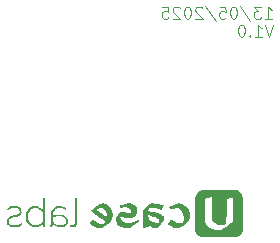
<source format=gbr>
%TF.GenerationSoftware,KiCad,Pcbnew,8.0.1*%
%TF.CreationDate,2025-05-13T16:21:41+05:45*%
%TF.ProjectId,12V-5V_buck_converter,3132562d-3556-45f6-9275-636b5f636f6e,rev?*%
%TF.SameCoordinates,Original*%
%TF.FileFunction,Legend,Bot*%
%TF.FilePolarity,Positive*%
%FSLAX46Y46*%
G04 Gerber Fmt 4.6, Leading zero omitted, Abs format (unit mm)*
G04 Created by KiCad (PCBNEW 8.0.1) date 2025-05-13 16:21:41*
%MOMM*%
%LPD*%
G01*
G04 APERTURE LIST*
%ADD10C,0.100000*%
%ADD11C,0.000000*%
G04 APERTURE END LIST*
D10*
X46828972Y-17668419D02*
X46495639Y-18668419D01*
X46495639Y-18668419D02*
X46162306Y-17668419D01*
X45305163Y-18668419D02*
X45876591Y-18668419D01*
X45590877Y-18668419D02*
X45590877Y-17668419D01*
X45590877Y-17668419D02*
X45686115Y-17811276D01*
X45686115Y-17811276D02*
X45781353Y-17906514D01*
X45781353Y-17906514D02*
X45876591Y-17954133D01*
X44876591Y-18573180D02*
X44828972Y-18620800D01*
X44828972Y-18620800D02*
X44876591Y-18668419D01*
X44876591Y-18668419D02*
X44924210Y-18620800D01*
X44924210Y-18620800D02*
X44876591Y-18573180D01*
X44876591Y-18573180D02*
X44876591Y-18668419D01*
X44209925Y-17668419D02*
X44114687Y-17668419D01*
X44114687Y-17668419D02*
X44019449Y-17716038D01*
X44019449Y-17716038D02*
X43971830Y-17763657D01*
X43971830Y-17763657D02*
X43924211Y-17858895D01*
X43924211Y-17858895D02*
X43876592Y-18049371D01*
X43876592Y-18049371D02*
X43876592Y-18287466D01*
X43876592Y-18287466D02*
X43924211Y-18477942D01*
X43924211Y-18477942D02*
X43971830Y-18573180D01*
X43971830Y-18573180D02*
X44019449Y-18620800D01*
X44019449Y-18620800D02*
X44114687Y-18668419D01*
X44114687Y-18668419D02*
X44209925Y-18668419D01*
X44209925Y-18668419D02*
X44305163Y-18620800D01*
X44305163Y-18620800D02*
X44352782Y-18573180D01*
X44352782Y-18573180D02*
X44400401Y-18477942D01*
X44400401Y-18477942D02*
X44448020Y-18287466D01*
X44448020Y-18287466D02*
X44448020Y-18049371D01*
X44448020Y-18049371D02*
X44400401Y-17858895D01*
X44400401Y-17858895D02*
X44352782Y-17763657D01*
X44352782Y-17763657D02*
X44305163Y-17716038D01*
X44305163Y-17716038D02*
X44209925Y-17668419D01*
X46162306Y-17144419D02*
X46733734Y-17144419D01*
X46448020Y-17144419D02*
X46448020Y-16144419D01*
X46448020Y-16144419D02*
X46543258Y-16287276D01*
X46543258Y-16287276D02*
X46638496Y-16382514D01*
X46638496Y-16382514D02*
X46733734Y-16430133D01*
X45828972Y-16144419D02*
X45209925Y-16144419D01*
X45209925Y-16144419D02*
X45543258Y-16525371D01*
X45543258Y-16525371D02*
X45400401Y-16525371D01*
X45400401Y-16525371D02*
X45305163Y-16572990D01*
X45305163Y-16572990D02*
X45257544Y-16620609D01*
X45257544Y-16620609D02*
X45209925Y-16715847D01*
X45209925Y-16715847D02*
X45209925Y-16953942D01*
X45209925Y-16953942D02*
X45257544Y-17049180D01*
X45257544Y-17049180D02*
X45305163Y-17096800D01*
X45305163Y-17096800D02*
X45400401Y-17144419D01*
X45400401Y-17144419D02*
X45686115Y-17144419D01*
X45686115Y-17144419D02*
X45781353Y-17096800D01*
X45781353Y-17096800D02*
X45828972Y-17049180D01*
X44067068Y-16096800D02*
X44924210Y-17382514D01*
X43543258Y-16144419D02*
X43448020Y-16144419D01*
X43448020Y-16144419D02*
X43352782Y-16192038D01*
X43352782Y-16192038D02*
X43305163Y-16239657D01*
X43305163Y-16239657D02*
X43257544Y-16334895D01*
X43257544Y-16334895D02*
X43209925Y-16525371D01*
X43209925Y-16525371D02*
X43209925Y-16763466D01*
X43209925Y-16763466D02*
X43257544Y-16953942D01*
X43257544Y-16953942D02*
X43305163Y-17049180D01*
X43305163Y-17049180D02*
X43352782Y-17096800D01*
X43352782Y-17096800D02*
X43448020Y-17144419D01*
X43448020Y-17144419D02*
X43543258Y-17144419D01*
X43543258Y-17144419D02*
X43638496Y-17096800D01*
X43638496Y-17096800D02*
X43686115Y-17049180D01*
X43686115Y-17049180D02*
X43733734Y-16953942D01*
X43733734Y-16953942D02*
X43781353Y-16763466D01*
X43781353Y-16763466D02*
X43781353Y-16525371D01*
X43781353Y-16525371D02*
X43733734Y-16334895D01*
X43733734Y-16334895D02*
X43686115Y-16239657D01*
X43686115Y-16239657D02*
X43638496Y-16192038D01*
X43638496Y-16192038D02*
X43543258Y-16144419D01*
X42305163Y-16144419D02*
X42781353Y-16144419D01*
X42781353Y-16144419D02*
X42828972Y-16620609D01*
X42828972Y-16620609D02*
X42781353Y-16572990D01*
X42781353Y-16572990D02*
X42686115Y-16525371D01*
X42686115Y-16525371D02*
X42448020Y-16525371D01*
X42448020Y-16525371D02*
X42352782Y-16572990D01*
X42352782Y-16572990D02*
X42305163Y-16620609D01*
X42305163Y-16620609D02*
X42257544Y-16715847D01*
X42257544Y-16715847D02*
X42257544Y-16953942D01*
X42257544Y-16953942D02*
X42305163Y-17049180D01*
X42305163Y-17049180D02*
X42352782Y-17096800D01*
X42352782Y-17096800D02*
X42448020Y-17144419D01*
X42448020Y-17144419D02*
X42686115Y-17144419D01*
X42686115Y-17144419D02*
X42781353Y-17096800D01*
X42781353Y-17096800D02*
X42828972Y-17049180D01*
X41114687Y-16096800D02*
X41971829Y-17382514D01*
X40828972Y-16239657D02*
X40781353Y-16192038D01*
X40781353Y-16192038D02*
X40686115Y-16144419D01*
X40686115Y-16144419D02*
X40448020Y-16144419D01*
X40448020Y-16144419D02*
X40352782Y-16192038D01*
X40352782Y-16192038D02*
X40305163Y-16239657D01*
X40305163Y-16239657D02*
X40257544Y-16334895D01*
X40257544Y-16334895D02*
X40257544Y-16430133D01*
X40257544Y-16430133D02*
X40305163Y-16572990D01*
X40305163Y-16572990D02*
X40876591Y-17144419D01*
X40876591Y-17144419D02*
X40257544Y-17144419D01*
X39638496Y-16144419D02*
X39543258Y-16144419D01*
X39543258Y-16144419D02*
X39448020Y-16192038D01*
X39448020Y-16192038D02*
X39400401Y-16239657D01*
X39400401Y-16239657D02*
X39352782Y-16334895D01*
X39352782Y-16334895D02*
X39305163Y-16525371D01*
X39305163Y-16525371D02*
X39305163Y-16763466D01*
X39305163Y-16763466D02*
X39352782Y-16953942D01*
X39352782Y-16953942D02*
X39400401Y-17049180D01*
X39400401Y-17049180D02*
X39448020Y-17096800D01*
X39448020Y-17096800D02*
X39543258Y-17144419D01*
X39543258Y-17144419D02*
X39638496Y-17144419D01*
X39638496Y-17144419D02*
X39733734Y-17096800D01*
X39733734Y-17096800D02*
X39781353Y-17049180D01*
X39781353Y-17049180D02*
X39828972Y-16953942D01*
X39828972Y-16953942D02*
X39876591Y-16763466D01*
X39876591Y-16763466D02*
X39876591Y-16525371D01*
X39876591Y-16525371D02*
X39828972Y-16334895D01*
X39828972Y-16334895D02*
X39781353Y-16239657D01*
X39781353Y-16239657D02*
X39733734Y-16192038D01*
X39733734Y-16192038D02*
X39638496Y-16144419D01*
X38924210Y-16239657D02*
X38876591Y-16192038D01*
X38876591Y-16192038D02*
X38781353Y-16144419D01*
X38781353Y-16144419D02*
X38543258Y-16144419D01*
X38543258Y-16144419D02*
X38448020Y-16192038D01*
X38448020Y-16192038D02*
X38400401Y-16239657D01*
X38400401Y-16239657D02*
X38352782Y-16334895D01*
X38352782Y-16334895D02*
X38352782Y-16430133D01*
X38352782Y-16430133D02*
X38400401Y-16572990D01*
X38400401Y-16572990D02*
X38971829Y-17144419D01*
X38971829Y-17144419D02*
X38352782Y-17144419D01*
X37448020Y-16144419D02*
X37924210Y-16144419D01*
X37924210Y-16144419D02*
X37971829Y-16620609D01*
X37971829Y-16620609D02*
X37924210Y-16572990D01*
X37924210Y-16572990D02*
X37828972Y-16525371D01*
X37828972Y-16525371D02*
X37590877Y-16525371D01*
X37590877Y-16525371D02*
X37495639Y-16572990D01*
X37495639Y-16572990D02*
X37448020Y-16620609D01*
X37448020Y-16620609D02*
X37400401Y-16715847D01*
X37400401Y-16715847D02*
X37400401Y-16953942D01*
X37400401Y-16953942D02*
X37448020Y-17049180D01*
X37448020Y-17049180D02*
X37495639Y-17096800D01*
X37495639Y-17096800D02*
X37590877Y-17144419D01*
X37590877Y-17144419D02*
X37828972Y-17144419D01*
X37828972Y-17144419D02*
X37924210Y-17096800D01*
X37924210Y-17096800D02*
X37971829Y-17049180D01*
D11*
%TO.C,G\u002A\u002A\u002A*%
G36*
X30215815Y-33397670D02*
G01*
X30215747Y-33534558D01*
X30215392Y-33726867D01*
X30214746Y-33901980D01*
X30213818Y-34058861D01*
X30212621Y-34196479D01*
X30211166Y-34313800D01*
X30209464Y-34409790D01*
X30207527Y-34483418D01*
X30205366Y-34533649D01*
X30202993Y-34559450D01*
X30200930Y-34569656D01*
X30171607Y-34649810D01*
X30121873Y-34714745D01*
X30051813Y-34764345D01*
X30025460Y-34776386D01*
X29939551Y-34797448D01*
X29838157Y-34798809D01*
X29721787Y-34780442D01*
X29697807Y-34774944D01*
X29651611Y-34763131D01*
X29624838Y-34751558D01*
X29613607Y-34736255D01*
X29614040Y-34713252D01*
X29622258Y-34678579D01*
X29622435Y-34677893D01*
X29630046Y-34648778D01*
X29638168Y-34630300D01*
X29651748Y-34620997D01*
X29675733Y-34619408D01*
X29715069Y-34624070D01*
X29774704Y-34633522D01*
X29841200Y-34640137D01*
X29911032Y-34633827D01*
X29963767Y-34610038D01*
X30000856Y-34568034D01*
X30023750Y-34507077D01*
X30024396Y-34503531D01*
X30026972Y-34472917D01*
X30029276Y-34417474D01*
X30031301Y-34337712D01*
X30033041Y-34234144D01*
X30034491Y-34107282D01*
X30035643Y-33957638D01*
X30036493Y-33785723D01*
X30037033Y-33592048D01*
X30037258Y-33377127D01*
X30037569Y-32304471D01*
X30126692Y-32304471D01*
X30215815Y-32304471D01*
X30215815Y-33397670D01*
G37*
G36*
X27554862Y-34761714D02*
G01*
X27472106Y-34761714D01*
X27389349Y-34761714D01*
X27389349Y-34594290D01*
X27389349Y-34426866D01*
X27353321Y-34476520D01*
X27308829Y-34530519D01*
X27225227Y-34609216D01*
X27128500Y-34679827D01*
X27026069Y-34737157D01*
X26925355Y-34776013D01*
X26881872Y-34785862D01*
X26797962Y-34795868D01*
X26706450Y-34798413D01*
X26617724Y-34793372D01*
X26542174Y-34780620D01*
X26478764Y-34761905D01*
X26368676Y-34714226D01*
X26266227Y-34647627D01*
X26166028Y-34558932D01*
X26144722Y-34537407D01*
X26096707Y-34485683D01*
X26060129Y-34439118D01*
X26029004Y-34389545D01*
X25997345Y-34328799D01*
X25958910Y-34245698D01*
X25927530Y-34161583D01*
X25907792Y-34081134D01*
X25897610Y-33995529D01*
X25894896Y-33895949D01*
X25894922Y-33891094D01*
X26071100Y-33891094D01*
X26080632Y-34016561D01*
X26108097Y-34134219D01*
X26151249Y-34240366D01*
X26218864Y-34353766D01*
X26302107Y-34451540D01*
X26398616Y-34531419D01*
X26506035Y-34591135D01*
X26622004Y-34628421D01*
X26686903Y-34639655D01*
X26777001Y-34644409D01*
X26864455Y-34633752D01*
X26955987Y-34606665D01*
X27058321Y-34562126D01*
X27103620Y-34537522D01*
X27184341Y-34480931D01*
X27255576Y-34414813D01*
X27312212Y-34344230D01*
X27349135Y-34274244D01*
X27354287Y-34259962D01*
X27361951Y-34234914D01*
X27367641Y-34207798D01*
X27371645Y-34174715D01*
X27374255Y-34131766D01*
X27375761Y-34075052D01*
X27376451Y-34000673D01*
X27376617Y-33904731D01*
X27376617Y-33608904D01*
X27328872Y-33527289D01*
X27313025Y-33501361D01*
X27234574Y-33397678D01*
X27142006Y-33308352D01*
X27039119Y-33236153D01*
X26929710Y-33183854D01*
X26817578Y-33154224D01*
X26719617Y-33147254D01*
X26603388Y-33160611D01*
X26493082Y-33196684D01*
X26390737Y-33254016D01*
X26298389Y-33331150D01*
X26218074Y-33426626D01*
X26151829Y-33538988D01*
X26101689Y-33666776D01*
X26079623Y-33766725D01*
X26071100Y-33891094D01*
X25894922Y-33891094D01*
X25894944Y-33886833D01*
X25900427Y-33772051D01*
X25916375Y-33670806D01*
X25944950Y-33573224D01*
X25988316Y-33469433D01*
X25996137Y-33453045D01*
X26071932Y-33322775D01*
X26162239Y-33212676D01*
X26266366Y-33123353D01*
X26383625Y-33055411D01*
X26513324Y-33009455D01*
X26516189Y-33008735D01*
X26592377Y-32996734D01*
X26682053Y-32993117D01*
X26775704Y-32997462D01*
X26863815Y-33009343D01*
X26936870Y-33028336D01*
X26945950Y-33031696D01*
X27045218Y-33079920D01*
X27145554Y-33148052D01*
X27241505Y-33231917D01*
X27327616Y-33327343D01*
X27376617Y-33388963D01*
X27376617Y-32846717D01*
X27376617Y-32304471D01*
X27465740Y-32304471D01*
X27554862Y-32304471D01*
X27554862Y-33533092D01*
X27554862Y-33904731D01*
X27554862Y-34761714D01*
G37*
G36*
X38947314Y-32778483D02*
G01*
X39070235Y-32802257D01*
X39192394Y-32848208D01*
X39310883Y-32914291D01*
X39422793Y-32998463D01*
X39525215Y-33098679D01*
X39615242Y-33212895D01*
X39689964Y-33339066D01*
X39696321Y-33351862D01*
X39741438Y-33456310D01*
X39771295Y-33557836D01*
X39787945Y-33665342D01*
X39793441Y-33787729D01*
X39792809Y-33846505D01*
X39785834Y-33944230D01*
X39769791Y-34029550D01*
X39742901Y-34110508D01*
X39703389Y-34195147D01*
X39703305Y-34195309D01*
X39665164Y-34256023D01*
X39610190Y-34326546D01*
X39542602Y-34402395D01*
X39466618Y-34479086D01*
X39386458Y-34552135D01*
X39306341Y-34617060D01*
X39238436Y-34664242D01*
X39156549Y-34714132D01*
X39069613Y-34761501D01*
X38983940Y-34803101D01*
X38905841Y-34835688D01*
X38841629Y-34856016D01*
X38818821Y-34861062D01*
X38701732Y-34874740D01*
X38583754Y-34867351D01*
X38462487Y-34838361D01*
X38335530Y-34787237D01*
X38200484Y-34713444D01*
X38163186Y-34690334D01*
X38105128Y-34653130D01*
X38048667Y-34615687D01*
X37997795Y-34580764D01*
X37956505Y-34551118D01*
X37928788Y-34529509D01*
X37918636Y-34518695D01*
X37918636Y-34518686D01*
X37926579Y-34507069D01*
X37948610Y-34479373D01*
X37982136Y-34438741D01*
X38024564Y-34388318D01*
X38073300Y-34331245D01*
X38228028Y-34151275D01*
X38286558Y-34194103D01*
X38330563Y-34225631D01*
X38460810Y-34310941D01*
X38585583Y-34380789D01*
X38702789Y-34434298D01*
X38810331Y-34470590D01*
X38906115Y-34488786D01*
X38988045Y-34488010D01*
X39057702Y-34471736D01*
X39132627Y-34434243D01*
X39192653Y-34377373D01*
X39238242Y-34300504D01*
X39269857Y-34203013D01*
X39287959Y-34084279D01*
X39290568Y-33998851D01*
X39279233Y-33876683D01*
X39252215Y-33753214D01*
X39211335Y-33632242D01*
X39158416Y-33517568D01*
X39095281Y-33412990D01*
X39023751Y-33322309D01*
X38945650Y-33249324D01*
X38862799Y-33197834D01*
X38844214Y-33189584D01*
X38790230Y-33171333D01*
X38734962Y-33162809D01*
X38674113Y-33164349D01*
X38603387Y-33176285D01*
X38518486Y-33198954D01*
X38415113Y-33232688D01*
X38369636Y-33248406D01*
X38307287Y-33270004D01*
X38255889Y-33287869D01*
X38219816Y-33300479D01*
X38203442Y-33306312D01*
X38196153Y-33303406D01*
X38175958Y-33284090D01*
X38147919Y-33250585D01*
X38115759Y-33207105D01*
X38114049Y-33204663D01*
X38081615Y-33157566D01*
X38062304Y-33126497D01*
X38054288Y-33107111D01*
X38055740Y-33095065D01*
X38064835Y-33086016D01*
X38071388Y-33081877D01*
X38102034Y-33065934D01*
X38150492Y-33042902D01*
X38212686Y-33014546D01*
X38284543Y-32982631D01*
X38361985Y-32948920D01*
X38440938Y-32915179D01*
X38517328Y-32883171D01*
X38587078Y-32854661D01*
X38646113Y-32831413D01*
X38690359Y-32815192D01*
X38748776Y-32796864D01*
X38822187Y-32780601D01*
X38888210Y-32775548D01*
X38947314Y-32778483D01*
G37*
G36*
X33233500Y-33997757D02*
G01*
X33203236Y-34102450D01*
X33157122Y-34199217D01*
X33092678Y-34294045D01*
X33007426Y-34392923D01*
X32957461Y-34444137D01*
X32841392Y-34549481D01*
X32719214Y-34643597D01*
X32594567Y-34724247D01*
X32471090Y-34789197D01*
X32352425Y-34836209D01*
X32242210Y-34863048D01*
X32163578Y-34870270D01*
X32066778Y-34865766D01*
X31965896Y-34845956D01*
X31858481Y-34809993D01*
X31742087Y-34757031D01*
X31614264Y-34686221D01*
X31472564Y-34596717D01*
X31296982Y-34480253D01*
X31457594Y-34310025D01*
X31618205Y-34139797D01*
X31756660Y-34244619D01*
X31760470Y-34247495D01*
X31855363Y-34314498D01*
X31954371Y-34376481D01*
X32051848Y-34430318D01*
X32142147Y-34472881D01*
X32219622Y-34501044D01*
X32311907Y-34516964D01*
X32411727Y-34510474D01*
X32507544Y-34479310D01*
X32514817Y-34475784D01*
X32557228Y-34451398D01*
X32599768Y-34421769D01*
X32636882Y-34391377D01*
X32663015Y-34364698D01*
X32672616Y-34346212D01*
X32666539Y-34339538D01*
X32642391Y-34319424D01*
X32602459Y-34288337D01*
X32549546Y-34248411D01*
X32486452Y-34201782D01*
X32415980Y-34150586D01*
X32376119Y-34121771D01*
X32292872Y-34061212D01*
X32196672Y-33990850D01*
X32092249Y-33914164D01*
X31984336Y-33834631D01*
X31877662Y-33755729D01*
X31776960Y-33680934D01*
X31394134Y-33395893D01*
X31451115Y-33345695D01*
X31478725Y-33321945D01*
X31870958Y-33321945D01*
X31871039Y-33322176D01*
X31882853Y-33332158D01*
X31912834Y-33354326D01*
X31958286Y-33386773D01*
X32016512Y-33427593D01*
X32084817Y-33474880D01*
X32160506Y-33526726D01*
X32220745Y-33567786D01*
X32310648Y-33629073D01*
X32400123Y-33690077D01*
X32484016Y-33747283D01*
X32557173Y-33797178D01*
X32614442Y-33836248D01*
X32778835Y-33948425D01*
X32770731Y-33836248D01*
X32767245Y-33796883D01*
X32744427Y-33660931D01*
X32706857Y-33539060D01*
X32655891Y-33432656D01*
X32592885Y-33343105D01*
X32519193Y-33271790D01*
X32436172Y-33220097D01*
X32345177Y-33189412D01*
X32247563Y-33181118D01*
X32144687Y-33196602D01*
X32133830Y-33199837D01*
X32097165Y-33213186D01*
X32051016Y-33232108D01*
X32000895Y-33254078D01*
X31952315Y-33276571D01*
X31910790Y-33297063D01*
X31881833Y-33313029D01*
X31870958Y-33321945D01*
X31478725Y-33321945D01*
X31488067Y-33313909D01*
X31576732Y-33241849D01*
X31676922Y-33164936D01*
X31781589Y-33088509D01*
X31883684Y-33017911D01*
X31951087Y-32973369D01*
X32051256Y-32910265D01*
X32137135Y-32861219D01*
X32212072Y-32824867D01*
X32279414Y-32799843D01*
X32342509Y-32784781D01*
X32404705Y-32778318D01*
X32469349Y-32779088D01*
X32526845Y-32784843D01*
X32649658Y-32814514D01*
X32766654Y-32867915D01*
X32878850Y-32945573D01*
X32987262Y-33048015D01*
X33054414Y-33125925D01*
X33134687Y-33242334D01*
X33193574Y-33363634D01*
X33232413Y-33493545D01*
X33252542Y-33635791D01*
X33255298Y-33794095D01*
X33250391Y-33879149D01*
X33240525Y-33948425D01*
X33233500Y-33997757D01*
G37*
G36*
X24905899Y-32992444D02*
G01*
X25047795Y-33001936D01*
X25174862Y-33028638D01*
X25285813Y-33071913D01*
X25379364Y-33131122D01*
X25454229Y-33205626D01*
X25509121Y-33294788D01*
X25516580Y-33314369D01*
X25529056Y-33369484D01*
X25536583Y-33436358D01*
X25539049Y-33507668D01*
X25536342Y-33576091D01*
X25528349Y-33634301D01*
X25514958Y-33674974D01*
X25512483Y-33679439D01*
X25486897Y-33719233D01*
X25456101Y-33754617D01*
X25417630Y-33786786D01*
X25369018Y-33816936D01*
X25307800Y-33846264D01*
X25231510Y-33875965D01*
X25137681Y-33907236D01*
X25023847Y-33941271D01*
X24887544Y-33979268D01*
X24887466Y-33979289D01*
X24763781Y-34015419D01*
X24664329Y-34050014D01*
X24587963Y-34083579D01*
X24533536Y-34116617D01*
X24499901Y-34149634D01*
X24496081Y-34155142D01*
X24462630Y-34225414D01*
X24451698Y-34299916D01*
X24461819Y-34374986D01*
X24491525Y-34446962D01*
X24539348Y-34512182D01*
X24603820Y-34566983D01*
X24683475Y-34607704D01*
X24750416Y-34629061D01*
X24882611Y-34651854D01*
X25017768Y-34651749D01*
X25152287Y-34629484D01*
X25282571Y-34585796D01*
X25405021Y-34521423D01*
X25516039Y-34437101D01*
X25566685Y-34391345D01*
X25605887Y-34448322D01*
X25621051Y-34471344D01*
X25638352Y-34501036D01*
X25645088Y-34517824D01*
X25643623Y-34521718D01*
X25627180Y-34540249D01*
X25596406Y-34567642D01*
X25556233Y-34600016D01*
X25511594Y-34633488D01*
X25467421Y-34664176D01*
X25428647Y-34688196D01*
X25386315Y-34710351D01*
X25288186Y-34749779D01*
X25174010Y-34780123D01*
X25142642Y-34785749D01*
X25063716Y-34794053D01*
X24973535Y-34797802D01*
X24881171Y-34796971D01*
X24795697Y-34791533D01*
X24726185Y-34781459D01*
X24644600Y-34758507D01*
X24542351Y-34712496D01*
X24452287Y-34651783D01*
X24378611Y-34579341D01*
X24325530Y-34498144D01*
X24322783Y-34492367D01*
X24296591Y-34412757D01*
X24283913Y-34322389D01*
X24285447Y-34231555D01*
X24301894Y-34150545D01*
X24326251Y-34097466D01*
X24370283Y-34041041D01*
X24432645Y-33989288D01*
X24514765Y-33941394D01*
X24618065Y-33896545D01*
X24743972Y-33853928D01*
X24893910Y-33812731D01*
X24922713Y-33805106D01*
X24981188Y-33788444D01*
X25048123Y-33768364D01*
X25113982Y-33747686D01*
X25177133Y-33725501D01*
X25255681Y-33689396D01*
X25312646Y-33649133D01*
X25350389Y-33602313D01*
X25371270Y-33546532D01*
X25377649Y-33479391D01*
X25376478Y-33442796D01*
X25364314Y-33372191D01*
X25336465Y-33313353D01*
X25289874Y-33258591D01*
X25230808Y-33212228D01*
X25145004Y-33171784D01*
X25041877Y-33147784D01*
X24919996Y-33139765D01*
X24911940Y-33139782D01*
X24774740Y-33149700D01*
X24654626Y-33178022D01*
X24550859Y-33224991D01*
X24462705Y-33290851D01*
X24399950Y-33349551D01*
X24351210Y-33290070D01*
X24302470Y-33230589D01*
X24369393Y-33169054D01*
X24398289Y-33144107D01*
X24500112Y-33077421D01*
X24617279Y-33030059D01*
X24750447Y-33001802D01*
X24900276Y-32992432D01*
X24905899Y-32992444D01*
G37*
G36*
X34683121Y-32776662D02*
G01*
X34812256Y-32793799D01*
X34934426Y-32830234D01*
X35046367Y-32884166D01*
X35144812Y-32953792D01*
X35226495Y-33037309D01*
X35288150Y-33132915D01*
X35304942Y-33168658D01*
X35342636Y-33278852D01*
X35357271Y-33384260D01*
X35348734Y-33483129D01*
X35316911Y-33573710D01*
X35304899Y-33595830D01*
X35258033Y-33667312D01*
X35196967Y-33745832D01*
X35126720Y-33825874D01*
X35052309Y-33901919D01*
X34978752Y-33968453D01*
X34911065Y-34019957D01*
X34910081Y-34020610D01*
X34868340Y-34041154D01*
X34815951Y-34053891D01*
X34751027Y-34058661D01*
X34671684Y-34055303D01*
X34576036Y-34043659D01*
X34462197Y-34023568D01*
X34328281Y-33994870D01*
X34172403Y-33957408D01*
X34143427Y-33950211D01*
X34067872Y-33931964D01*
X34002202Y-33916845D01*
X33950112Y-33905659D01*
X33915293Y-33899212D01*
X33901441Y-33898310D01*
X33900964Y-33898982D01*
X33902097Y-33916603D01*
X33911674Y-33950550D01*
X33927418Y-33994813D01*
X33947055Y-34043384D01*
X33968311Y-34090253D01*
X33988911Y-34129410D01*
X34019067Y-34174677D01*
X34094937Y-34257174D01*
X34189216Y-34328349D01*
X34297901Y-34385434D01*
X34416990Y-34425658D01*
X34499924Y-34438953D01*
X34598425Y-34442646D01*
X34704280Y-34437110D01*
X34809463Y-34422767D01*
X34905945Y-34400036D01*
X34920810Y-34395484D01*
X35057737Y-34344916D01*
X35193101Y-34280655D01*
X35315015Y-34208273D01*
X35327362Y-34200051D01*
X35366436Y-34174840D01*
X35395651Y-34157217D01*
X35409435Y-34150586D01*
X35416749Y-34157843D01*
X35432239Y-34182599D01*
X35451309Y-34218852D01*
X35484790Y-34287118D01*
X35418949Y-34350635D01*
X35328113Y-34435616D01*
X35187539Y-34556347D01*
X35052638Y-34658887D01*
X34924973Y-34742160D01*
X34806111Y-34805089D01*
X34697615Y-34846599D01*
X34671384Y-34853473D01*
X34585552Y-34867881D01*
X34486706Y-34875456D01*
X34383339Y-34876047D01*
X34283947Y-34869498D01*
X34197025Y-34855658D01*
X34192603Y-34854650D01*
X34058666Y-34813178D01*
X33936109Y-34754201D01*
X33826927Y-34679889D01*
X33733118Y-34592413D01*
X33656680Y-34493942D01*
X33599608Y-34386647D01*
X33563900Y-34272699D01*
X33551554Y-34154266D01*
X33553549Y-34099174D01*
X33575256Y-33969824D01*
X33620528Y-33849595D01*
X33688957Y-33739208D01*
X33780135Y-33639380D01*
X33893655Y-33550829D01*
X33990802Y-33486349D01*
X34099023Y-33492933D01*
X34133830Y-33496335D01*
X34200694Y-33506306D01*
X34283893Y-33521514D01*
X34378616Y-33541061D01*
X34480054Y-33564049D01*
X34533298Y-33576603D01*
X34622813Y-33597291D01*
X34691819Y-33612250D01*
X34743126Y-33621731D01*
X34779541Y-33625988D01*
X34803874Y-33625275D01*
X34818934Y-33619845D01*
X34827529Y-33609952D01*
X34832467Y-33595849D01*
X34836251Y-33572927D01*
X34833060Y-33508606D01*
X34814552Y-33435882D01*
X34783136Y-33360996D01*
X34741218Y-33290186D01*
X34691205Y-33229691D01*
X34630591Y-33178620D01*
X34559188Y-33139759D01*
X34477696Y-33116236D01*
X34383205Y-33107537D01*
X34272805Y-33113144D01*
X34143584Y-33132542D01*
X34083796Y-33143610D01*
X34025689Y-33154132D01*
X33979455Y-33162258D01*
X33951665Y-33166813D01*
X33912528Y-33172498D01*
X33894550Y-33079061D01*
X33893493Y-33073535D01*
X33884901Y-33026306D01*
X33878779Y-32988573D01*
X33876394Y-32968072D01*
X33877237Y-32965527D01*
X33895904Y-32953023D01*
X33939126Y-32935842D01*
X34006992Y-32913955D01*
X34099593Y-32887336D01*
X34217018Y-32855956D01*
X34359357Y-32819787D01*
X34427017Y-32803697D01*
X34508940Y-32787381D01*
X34577981Y-32778337D01*
X34640603Y-32775548D01*
X34683121Y-32776662D01*
G37*
G36*
X44278121Y-33654045D02*
G01*
X44278121Y-35086375D01*
X44249914Y-35176027D01*
X44242392Y-35198507D01*
X44188562Y-35314193D01*
X44114634Y-35418158D01*
X44023708Y-35507266D01*
X43918882Y-35578379D01*
X43803253Y-35628359D01*
X43798642Y-35629790D01*
X43785873Y-35633215D01*
X43770730Y-35636264D01*
X43751769Y-35638960D01*
X43727549Y-35641325D01*
X43696625Y-35643381D01*
X43657554Y-35645153D01*
X43608894Y-35646661D01*
X43549201Y-35647929D01*
X43477032Y-35648980D01*
X43390944Y-35649835D01*
X43289495Y-35650518D01*
X43171240Y-35651051D01*
X43034737Y-35651456D01*
X42878543Y-35651757D01*
X42701214Y-35651976D01*
X42501308Y-35652135D01*
X42277381Y-35652257D01*
X42070262Y-35652346D01*
X41869039Y-35652395D01*
X41690483Y-35652375D01*
X41533139Y-35652261D01*
X41395554Y-35652030D01*
X41276272Y-35651660D01*
X41173840Y-35651127D01*
X41086802Y-35650408D01*
X41013705Y-35649480D01*
X40953095Y-35648321D01*
X40903517Y-35646907D01*
X40863516Y-35645215D01*
X40831638Y-35643222D01*
X40806429Y-35640905D01*
X40786435Y-35638241D01*
X40770201Y-35635206D01*
X40756273Y-35631779D01*
X40743196Y-35627935D01*
X40713001Y-35617715D01*
X40601747Y-35563853D01*
X40501181Y-35489502D01*
X40414522Y-35397912D01*
X40344989Y-35292337D01*
X40295801Y-35176027D01*
X40267594Y-35086375D01*
X40267594Y-33654045D01*
X40267594Y-32408547D01*
X41075316Y-32408547D01*
X41078874Y-33390970D01*
X41082431Y-34373393D01*
X41122456Y-34457869D01*
X41160040Y-34523527D01*
X41228614Y-34611546D01*
X41315511Y-34699039D01*
X41416904Y-34783162D01*
X41528966Y-34861071D01*
X41647872Y-34929920D01*
X41769792Y-34986867D01*
X41890903Y-35029065D01*
X41946819Y-35042200D01*
X42035016Y-35055347D01*
X42128785Y-35062386D01*
X42220618Y-35063075D01*
X42303007Y-35057173D01*
X42368443Y-35044438D01*
X42403122Y-35033315D01*
X42531125Y-34980259D01*
X42668741Y-34905892D01*
X42814430Y-34811270D01*
X42966649Y-34697449D01*
X43123860Y-34565486D01*
X43284519Y-34416437D01*
X43449916Y-34255772D01*
X43459835Y-33951726D01*
X43460619Y-33920693D01*
X43461535Y-33859947D01*
X43462226Y-33781977D01*
X43462704Y-33689296D01*
X43462980Y-33584414D01*
X43463066Y-33469842D01*
X43462973Y-33348091D01*
X43462712Y-33221671D01*
X43462295Y-33093095D01*
X43461734Y-32964873D01*
X43461039Y-32839515D01*
X43460222Y-32719534D01*
X43459295Y-32607439D01*
X43458269Y-32505742D01*
X43457155Y-32416954D01*
X43455965Y-32343585D01*
X43454710Y-32288147D01*
X43453402Y-32253151D01*
X43452052Y-32241108D01*
X43448894Y-32242011D01*
X43425975Y-32248677D01*
X43383827Y-32260973D01*
X43325930Y-32277884D01*
X43255766Y-32298393D01*
X43176817Y-32321483D01*
X42903083Y-32401561D01*
X42896717Y-33436138D01*
X42890351Y-34470716D01*
X42845790Y-34507431D01*
X42796055Y-34544355D01*
X42687775Y-34601328D01*
X42568417Y-34635615D01*
X42438879Y-34646906D01*
X42308291Y-34636084D01*
X42176856Y-34604642D01*
X42051173Y-34554694D01*
X41934932Y-34488352D01*
X41831820Y-34407729D01*
X41745525Y-34314938D01*
X41679735Y-34212089D01*
X41648998Y-34151433D01*
X41648998Y-33196122D01*
X41648997Y-33186026D01*
X41648891Y-33033000D01*
X41648608Y-32887728D01*
X41648162Y-32752178D01*
X41647569Y-32628316D01*
X41646844Y-32518111D01*
X41646000Y-32423531D01*
X41645055Y-32346543D01*
X41644021Y-32289115D01*
X41642915Y-32253215D01*
X41641751Y-32240812D01*
X41640719Y-32240986D01*
X41622417Y-32245857D01*
X41585001Y-32256473D01*
X41532799Y-32271558D01*
X41470143Y-32289839D01*
X41401360Y-32310041D01*
X41330779Y-32330889D01*
X41262731Y-32351110D01*
X41201544Y-32369429D01*
X41151547Y-32384572D01*
X41117069Y-32395263D01*
X41075316Y-32408547D01*
X40267594Y-32408547D01*
X40267594Y-32221714D01*
X40295801Y-32132062D01*
X40302780Y-32111091D01*
X40357068Y-31993617D01*
X40431823Y-31888715D01*
X40524295Y-31799131D01*
X40631738Y-31727611D01*
X40751404Y-31676899D01*
X40840527Y-31648781D01*
X42272857Y-31648781D01*
X43705188Y-31648781D01*
X43794840Y-31676988D01*
X43815811Y-31683968D01*
X43933285Y-31738256D01*
X44038187Y-31813010D01*
X44127771Y-31905482D01*
X44199291Y-32012925D01*
X44250003Y-32132591D01*
X44278121Y-32221714D01*
X44278121Y-33469842D01*
X44278121Y-33654045D01*
G37*
G36*
X29483392Y-34327063D02*
G01*
X29473238Y-34401145D01*
X29454897Y-34460596D01*
X29397639Y-34560817D01*
X29319922Y-34649014D01*
X29224444Y-34718992D01*
X29111052Y-34770887D01*
X29101371Y-34774240D01*
X29063360Y-34785992D01*
X29027811Y-34793331D01*
X28987755Y-34796970D01*
X28936221Y-34797626D01*
X28866241Y-34796014D01*
X28804914Y-34793606D01*
X28745520Y-34789097D01*
X28696417Y-34781630D01*
X28649221Y-34769854D01*
X28595547Y-34752420D01*
X28480874Y-34705944D01*
X28371501Y-34644138D01*
X28273886Y-34567667D01*
X28207230Y-34507304D01*
X28201700Y-34583753D01*
X28201401Y-34587645D01*
X28190603Y-34650947D01*
X28170710Y-34695043D01*
X28153163Y-34715125D01*
X28108619Y-34747725D01*
X28058977Y-34766776D01*
X28013261Y-34768091D01*
X27994680Y-34763114D01*
X27981301Y-34753018D01*
X27975972Y-34731971D01*
X27975013Y-34692721D01*
X27975158Y-34676383D01*
X27978117Y-34642572D01*
X27987112Y-34623723D01*
X28005031Y-34612074D01*
X28025992Y-34595524D01*
X28043227Y-34557511D01*
X28043523Y-34555709D01*
X28045333Y-34530321D01*
X28046993Y-34483005D01*
X28048456Y-34416813D01*
X28049675Y-34334799D01*
X28050604Y-34240015D01*
X28051196Y-34135515D01*
X28051404Y-34024351D01*
X28051462Y-33964621D01*
X28216918Y-33964621D01*
X28217042Y-34118080D01*
X28217056Y-34127650D01*
X28217828Y-34193097D01*
X28220429Y-34240415D01*
X28225788Y-34276129D01*
X28234836Y-34306765D01*
X28248502Y-34338847D01*
X28255798Y-34353543D01*
X28309119Y-34430330D01*
X28382758Y-34500358D01*
X28472555Y-34560742D01*
X28574352Y-34608596D01*
X28683990Y-34641033D01*
X28718147Y-34647282D01*
X28799019Y-34656006D01*
X28881275Y-34657938D01*
X28956275Y-34653068D01*
X29015381Y-34641388D01*
X29075335Y-34618304D01*
X29160543Y-34567322D01*
X29229597Y-34502146D01*
X29280639Y-34425834D01*
X29311812Y-34341448D01*
X29321259Y-34252046D01*
X29307123Y-34160689D01*
X29298249Y-34134819D01*
X29255181Y-34060872D01*
X29188842Y-33997122D01*
X29099307Y-33943629D01*
X28986649Y-33900453D01*
X28968989Y-33895452D01*
X28926501Y-33886740D01*
X28875663Y-33881162D01*
X28810789Y-33878216D01*
X28726191Y-33877399D01*
X28722332Y-33877404D01*
X28622277Y-33879157D01*
X28538776Y-33884848D01*
X28463356Y-33895681D01*
X28387541Y-33912862D01*
X28302857Y-33937596D01*
X28216918Y-33964621D01*
X28051462Y-33964621D01*
X28051529Y-33895342D01*
X28052131Y-33780421D01*
X28053518Y-33685497D01*
X28055999Y-33607757D01*
X28059882Y-33544384D01*
X28065476Y-33492564D01*
X28073090Y-33449482D01*
X28083032Y-33412323D01*
X28095611Y-33378272D01*
X28111136Y-33344515D01*
X28129914Y-33308236D01*
X28172023Y-33240549D01*
X28250510Y-33152845D01*
X28345684Y-33083559D01*
X28456394Y-33033306D01*
X28581491Y-33002704D01*
X28719825Y-32992366D01*
X28762908Y-32993456D01*
X28909870Y-33012484D01*
X29058149Y-33054069D01*
X29203330Y-33116744D01*
X29340997Y-33199039D01*
X29376504Y-33223601D01*
X29342316Y-33282858D01*
X29328722Y-33306342D01*
X29312879Y-33333451D01*
X29305714Y-33345332D01*
X29301826Y-33344165D01*
X29280628Y-33333223D01*
X29245321Y-33313241D01*
X29200791Y-33286939D01*
X29181277Y-33275715D01*
X29115004Y-33242057D01*
X29041324Y-33209493D01*
X28972876Y-33183745D01*
X28913451Y-33164767D01*
X28867304Y-33152900D01*
X28825149Y-33146934D01*
X28777188Y-33145486D01*
X28713622Y-33147173D01*
X28688982Y-33148362D01*
X28588148Y-33160695D01*
X28504203Y-33185809D01*
X28431886Y-33225754D01*
X28365935Y-33282580D01*
X28332847Y-33319601D01*
X28280341Y-33399437D01*
X28244311Y-33490697D01*
X28223567Y-33596891D01*
X28216918Y-33721527D01*
X28217082Y-33762328D01*
X28218552Y-33796007D01*
X28222807Y-33812673D01*
X28231319Y-33817087D01*
X28245564Y-33814011D01*
X28250404Y-33812578D01*
X28343285Y-33787707D01*
X28431817Y-33770000D01*
X28523399Y-33758518D01*
X28625424Y-33752320D01*
X28745289Y-33750465D01*
X28811965Y-33750592D01*
X28879202Y-33751408D01*
X28930263Y-33753462D01*
X28970377Y-33757293D01*
X29004771Y-33763445D01*
X29038674Y-33772460D01*
X29077314Y-33784879D01*
X29127711Y-33803507D01*
X29236693Y-33857610D01*
X29329836Y-33924217D01*
X29404119Y-34000934D01*
X29456523Y-34085368D01*
X29464341Y-34105288D01*
X29478981Y-34170309D01*
X29485319Y-34247176D01*
X29485202Y-34252046D01*
X29483392Y-34327063D01*
G37*
G36*
X37431514Y-34393236D02*
G01*
X37334786Y-34516128D01*
X37241564Y-34624681D01*
X37154293Y-34713787D01*
X37072297Y-34783386D01*
X36993228Y-34835466D01*
X36914741Y-34872016D01*
X36878535Y-34882178D01*
X36814331Y-34885345D01*
X36743567Y-34870849D01*
X36664711Y-34837997D01*
X36576236Y-34786096D01*
X36476611Y-34714452D01*
X36364307Y-34622371D01*
X36298547Y-34565784D01*
X36303271Y-34665608D01*
X36307995Y-34765432D01*
X36062453Y-34822534D01*
X36049944Y-34825433D01*
X35975686Y-34842246D01*
X35910823Y-34856266D01*
X35859197Y-34866712D01*
X35824650Y-34872801D01*
X35811026Y-34873750D01*
X35809767Y-34869716D01*
X35807035Y-34843838D01*
X35804257Y-34796843D01*
X35801483Y-34731682D01*
X35798763Y-34651309D01*
X35796149Y-34558674D01*
X35793691Y-34456731D01*
X35791439Y-34348431D01*
X35789444Y-34236727D01*
X35787756Y-34124570D01*
X35786426Y-34014912D01*
X35785505Y-33910706D01*
X35785139Y-33834878D01*
X36289256Y-33834878D01*
X36290911Y-33881590D01*
X36294458Y-33949693D01*
X36295176Y-33962566D01*
X36299164Y-34024516D01*
X36303354Y-34076339D01*
X36307288Y-34112932D01*
X36310511Y-34129192D01*
X36323580Y-34141820D01*
X36355414Y-34165079D01*
X36400449Y-34194704D01*
X36453732Y-34227645D01*
X36510313Y-34260850D01*
X36565239Y-34291271D01*
X36613559Y-34315858D01*
X36620469Y-34319113D01*
X36682834Y-34346259D01*
X36749066Y-34372003D01*
X36805940Y-34391168D01*
X36827943Y-34397443D01*
X36932518Y-34419660D01*
X37021697Y-34425071D01*
X37094429Y-34413810D01*
X37149667Y-34386014D01*
X37186360Y-34341818D01*
X37202872Y-34295794D01*
X37200253Y-34249782D01*
X37176572Y-34198358D01*
X37138091Y-34149867D01*
X37070098Y-34092712D01*
X36976902Y-34034453D01*
X36858447Y-33975058D01*
X36714673Y-33914495D01*
X36545523Y-33852732D01*
X36491197Y-33834400D01*
X36426086Y-33813269D01*
X36371389Y-33796464D01*
X36331641Y-33785369D01*
X36311372Y-33781363D01*
X36309632Y-33781372D01*
X36299678Y-33782805D01*
X36293234Y-33789514D01*
X36289895Y-33805529D01*
X36289256Y-33834878D01*
X35785139Y-33834878D01*
X35785042Y-33814904D01*
X35785089Y-33730458D01*
X35785696Y-33660320D01*
X35786913Y-33607442D01*
X35788792Y-33574777D01*
X35789139Y-33571417D01*
X35795737Y-33513920D01*
X35803092Y-33473599D01*
X35813892Y-33442627D01*
X35830823Y-33413180D01*
X35856574Y-33377433D01*
X35858305Y-33375147D01*
X35885986Y-33341581D01*
X35927526Y-33294601D01*
X35979100Y-33238380D01*
X36036884Y-33177092D01*
X36097057Y-33114911D01*
X36119547Y-33092142D01*
X36206977Y-33006541D01*
X36288684Y-32931100D01*
X36362481Y-32867638D01*
X36426181Y-32817975D01*
X36477598Y-32783933D01*
X36514546Y-32767332D01*
X36539314Y-32764795D01*
X36592274Y-32766945D01*
X36667592Y-32775068D01*
X36763960Y-32788991D01*
X36880069Y-32808541D01*
X37014612Y-32833543D01*
X37109249Y-32852093D01*
X37226611Y-32875945D01*
X37331820Y-32898309D01*
X37422726Y-32918685D01*
X37497177Y-32936569D01*
X37553019Y-32951460D01*
X37588103Y-32962854D01*
X37600276Y-32970251D01*
X37597597Y-32977480D01*
X37584049Y-33004096D01*
X37561012Y-33046007D01*
X37530678Y-33099256D01*
X37495238Y-33159884D01*
X37466929Y-33207369D01*
X37433389Y-33261719D01*
X37408551Y-33298491D01*
X37390264Y-33320518D01*
X37376377Y-33330632D01*
X37364737Y-33331665D01*
X37353890Y-33328875D01*
X37320050Y-33319563D01*
X37269583Y-33305343D01*
X37207229Y-33287554D01*
X37137725Y-33267534D01*
X37068515Y-33247926D01*
X36905271Y-33205527D01*
X36762030Y-33174271D01*
X36639330Y-33154237D01*
X36537714Y-33145500D01*
X36457721Y-33148138D01*
X36399892Y-33162228D01*
X36399596Y-33162355D01*
X36361449Y-33184798D01*
X36327143Y-33214128D01*
X36311114Y-33234632D01*
X36300474Y-33259604D01*
X36294372Y-33295216D01*
X36290809Y-33348879D01*
X36289284Y-33385840D01*
X36289175Y-33421701D01*
X36292745Y-33441479D01*
X36301319Y-33450704D01*
X36316222Y-33454904D01*
X36329878Y-33457291D01*
X36367143Y-33463437D01*
X36421191Y-33472150D01*
X36487137Y-33482643D01*
X36560100Y-33494132D01*
X36600293Y-33500533D01*
X36803725Y-33536666D01*
X36982390Y-33575192D01*
X37136794Y-33616244D01*
X37267441Y-33659953D01*
X37374838Y-33706450D01*
X37474853Y-33763373D01*
X37551877Y-33823355D01*
X37603926Y-33885562D01*
X37631218Y-33950255D01*
X37633971Y-34017695D01*
X37630209Y-34038783D01*
X37607561Y-34108840D01*
X37567298Y-34190598D01*
X37508817Y-34285061D01*
X37501147Y-34295794D01*
X37431514Y-34393236D01*
G37*
%TD*%
M02*

</source>
